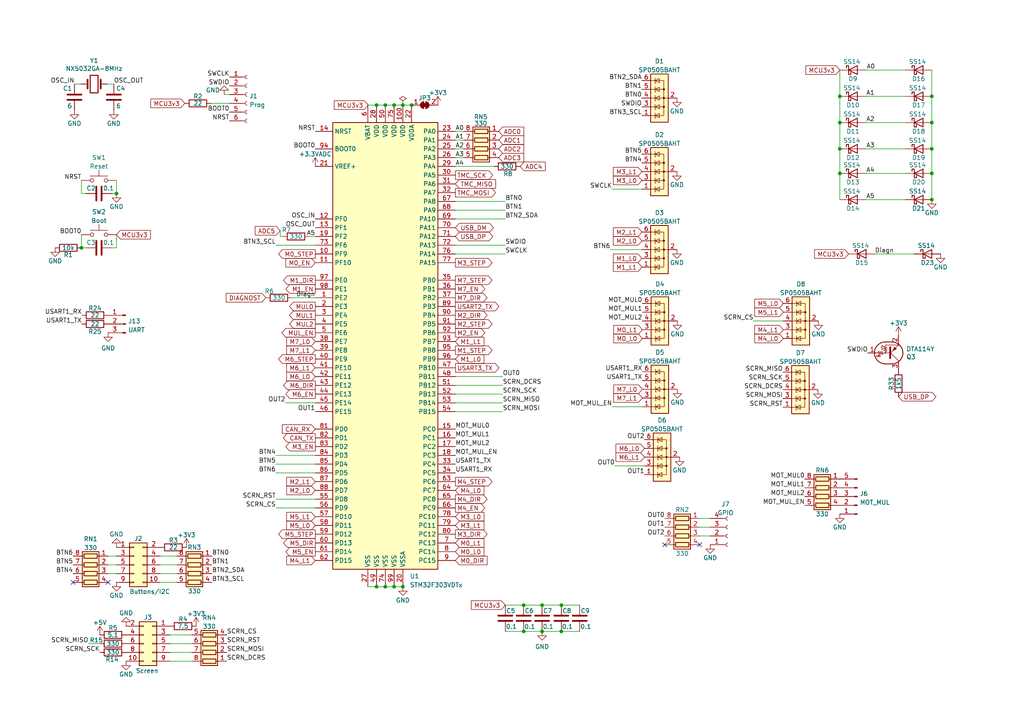
<source format=kicad_sch>
(kicad_sch (version 20211123) (generator eeschema)
  (paper "A4")
  (junction (at 151.892 175.514))
  (junction (at 23.622 71.882))
  (junction (at 243.586 27.94))
  (junction (at 270.256 43.18))
  (junction (at 157.226 183.134))
  (junction (at 109.22 170.18))
  (junction (at 116.84 170.18))
  (junction (at 111.76 30.48))
  (junction (at 119.38 30.48))
  (junction (at 157.226 175.514))
  (junction (at 243.586 43.18))
  (junction (at 243.586 35.56))
  (junction (at 109.22 30.48))
  (junction (at 270.256 35.56))
  (junction (at 114.3 30.48))
  (junction (at 162.814 175.514))
  (junction (at 111.76 170.18))
  (junction (at 114.3 170.18))
  (junction (at 33.782 56.134))
  (junction (at 270.256 57.912))
  (junction (at 270.256 50.292))
  (junction (at 151.892 183.134))
  (junction (at 270.256 27.94))
  (junction (at 162.814 183.134))
  (junction (at 243.586 50.292))
  (junction (at 116.84 30.48))
  (no_connect (at 21.209 168.91))
  (no_connect (at 31.369 168.91))
  (no_connect (at 192.786 157.988))
  (no_connect (at 202.946 157.988))
  (wire (pts (xy 270.256 35.56) (xy 270.256 43.18)))
  (wire (pts (xy 49.276 186.69) (xy 55.626 186.69)))
  (wire (pts (xy 251.206 20.32) (xy 262.636 20.32)))
  (wire (pts (xy 114.3 170.18) (xy 116.84 170.18)))
  (wire (pts (xy 84.709 86.36) (xy 91.44 86.36)))
  (wire (pts (xy 106.68 170.18) (xy 109.22 170.18)))
  (wire (pts (xy 32.512 71.882) (xy 33.782 71.882)))
  (wire (pts (xy 145.796 114.3) (xy 132.08 114.3)))
  (wire (pts (xy 46.482 163.83) (xy 51.308 163.83)))
  (wire (pts (xy 81.28 68.58) (xy 82.042 68.58)))
  (wire (pts (xy 251.206 50.292) (xy 262.636 50.292)))
  (wire (pts (xy 162.814 175.514) (xy 168.148 175.514)))
  (wire (pts (xy 80.01 134.62) (xy 91.44 134.62)))
  (wire (pts (xy 146.558 63.5) (xy 132.08 63.5)))
  (wire (pts (xy 157.226 183.134) (xy 162.814 183.134)))
  (wire (pts (xy 82.804 116.84) (xy 91.44 116.84)))
  (wire (pts (xy 243.586 50.292) (xy 243.586 57.912)))
  (wire (pts (xy 33.02 24.384) (xy 31.115 24.384)))
  (wire (pts (xy 134.493 45.72) (xy 132.08 45.72)))
  (wire (pts (xy 46.482 161.29) (xy 51.308 161.29)))
  (wire (pts (xy 23.622 56.134) (xy 23.622 52.324)))
  (wire (pts (xy 145.796 111.76) (xy 132.08 111.76)))
  (wire (pts (xy 116.84 30.48) (xy 119.38 30.48)))
  (wire (pts (xy 89.662 68.58) (xy 91.44 68.58)))
  (wire (pts (xy 251.206 57.912) (xy 262.636 57.912)))
  (wire (pts (xy 31.369 166.37) (xy 33.782 166.37)))
  (wire (pts (xy 151.892 175.514) (xy 157.226 175.514)))
  (wire (pts (xy 33.782 52.324) (xy 33.782 56.134)))
  (wire (pts (xy 65.024 27.432) (xy 66.548 27.432)))
  (wire (pts (xy 114.3 30.48) (xy 116.84 30.48)))
  (wire (pts (xy 80.01 71.12) (xy 91.44 71.12)))
  (wire (pts (xy 270.256 27.94) (xy 270.256 35.56)))
  (wire (pts (xy 251.206 43.18) (xy 262.636 43.18)))
  (wire (pts (xy 251.206 35.56) (xy 262.636 35.56)))
  (wire (pts (xy 251.206 27.94) (xy 262.636 27.94)))
  (wire (pts (xy 145.796 119.38) (xy 132.08 119.38)))
  (wire (pts (xy 134.493 43.18) (xy 132.08 43.18)))
  (wire (pts (xy 80.01 144.78) (xy 91.44 144.78)))
  (wire (pts (xy 46.482 168.91) (xy 51.308 168.91)))
  (wire (pts (xy 218.567 93.091) (xy 227.203 93.091)))
  (wire (pts (xy 109.22 30.48) (xy 111.76 30.48)))
  (wire (pts (xy 243.586 27.94) (xy 243.586 35.56)))
  (wire (pts (xy 23.622 68.072) (xy 23.622 71.882)))
  (wire (pts (xy 178.308 135.128) (xy 186.944 135.128)))
  (wire (pts (xy 49.276 184.15) (xy 55.626 184.15)))
  (wire (pts (xy 132.08 48.26) (xy 143.256 48.26)))
  (wire (pts (xy 31.369 163.83) (xy 33.782 163.83)))
  (wire (pts (xy 33.782 71.882) (xy 33.782 68.072)))
  (wire (pts (xy 202.946 152.908) (xy 205.994 152.908)))
  (wire (pts (xy 81.28 66.929) (xy 81.28 68.58)))
  (wire (pts (xy 31.369 161.29) (xy 33.782 161.29)))
  (wire (pts (xy 146.558 175.514) (xy 151.892 175.514)))
  (wire (pts (xy 253.746 73.66) (xy 265.176 73.66)))
  (wire (pts (xy 21.59 24.384) (xy 23.495 24.384)))
  (wire (pts (xy 49.276 189.23) (xy 55.626 189.23)))
  (wire (pts (xy 243.586 35.56) (xy 243.586 43.18)))
  (wire (pts (xy 151.892 183.134) (xy 157.226 183.134)))
  (wire (pts (xy 80.01 132.08) (xy 91.44 132.08)))
  (wire (pts (xy 157.226 175.514) (xy 162.814 175.514)))
  (wire (pts (xy 177.546 54.864) (xy 186.182 54.864)))
  (wire (pts (xy 202.946 150.368) (xy 205.994 150.368)))
  (wire (pts (xy 61.214 29.972) (xy 66.548 29.972)))
  (wire (pts (xy 146.558 183.134) (xy 151.892 183.134)))
  (wire (pts (xy 46.482 166.37) (xy 51.308 166.37)))
  (wire (pts (xy 177.038 72.39) (xy 186.182 72.39)))
  (wire (pts (xy 109.22 170.18) (xy 111.76 170.18)))
  (wire (pts (xy 23.622 71.882) (xy 24.892 71.882)))
  (wire (pts (xy 132.08 73.66) (xy 146.558 73.66)))
  (wire (pts (xy 202.946 155.448) (xy 205.994 155.448)))
  (wire (pts (xy 134.493 40.64) (xy 132.08 40.64)))
  (wire (pts (xy 177.546 117.983) (xy 186.309 117.983)))
  (wire (pts (xy 146.558 58.42) (xy 132.08 58.42)))
  (wire (pts (xy 270.256 20.32) (xy 270.256 27.94)))
  (wire (pts (xy 134.493 38.1) (xy 132.08 38.1)))
  (wire (pts (xy 270.256 50.292) (xy 270.256 57.912)))
  (wire (pts (xy 33.782 56.134) (xy 32.512 56.134)))
  (wire (pts (xy 132.08 71.12) (xy 146.558 71.12)))
  (wire (pts (xy 111.76 170.18) (xy 114.3 170.18)))
  (wire (pts (xy 145.796 116.84) (xy 132.08 116.84)))
  (wire (pts (xy 111.76 30.48) (xy 114.3 30.48)))
  (wire (pts (xy 49.276 191.77) (xy 55.626 191.77)))
  (wire (pts (xy 243.586 20.32) (xy 243.586 27.94)))
  (wire (pts (xy 25.654 186.69) (xy 28.956 186.69)))
  (wire (pts (xy 80.01 147.32) (xy 91.44 147.32)))
  (wire (pts (xy 80.01 137.16) (xy 91.44 137.16)))
  (wire (pts (xy 145.796 109.22) (xy 132.08 109.22)))
  (wire (pts (xy 106.68 30.48) (xy 109.22 30.48)))
  (wire (pts (xy 162.814 183.134) (xy 168.148 183.134)))
  (wire (pts (xy 24.892 56.134) (xy 23.622 56.134)))
  (wire (pts (xy 270.256 43.18) (xy 270.256 50.292)))
  (wire (pts (xy 146.558 60.96) (xy 132.08 60.96)))
  (wire (pts (xy 243.586 43.18) (xy 243.586 50.292)))
  (label "BTN0" (at 146.558 58.42 0))
  (label "USART1_TX" (at 132.08 134.62 0))
  (label "SCRN_MOSI" (at 65.786 189.23 0))
  (label "MOT_MUL1" (at 186.309 90.551 180))
  (label "BTN3_SCL" (at 80.01 71.12 180))
  (label "USART1_RX" (at 23.749 91.44 180))
  (label "SCRN_RST" (at 227.076 118.11 180))
  (label "A5" (at 91.44 68.58 180))
  (label "BTN5" (at 21.209 163.83 180))
  (label "BTN2_SDA" (at 186.182 23.368 180))
  (label "OUT0" (at 178.308 135.128 180))
  (label "NRST" (at 91.44 38.1 180))
  (label "BTN5" (at 80.01 134.62 180))
  (label "USART1_RX" (at 186.309 107.823 180))
  (label "SCRN_SCK" (at 28.956 189.23 180))
  (label "MOT_MUL_EN" (at 233.426 146.558 180))
  (label "BTN4" (at 21.209 166.37 180))
  (label "BTN0" (at 186.182 28.448 180))
  (label "SCRN_SCK" (at 145.796 114.3 0))
  (label "SCRN_DCRS" (at 227.076 113.03 180))
  (label "SWCLK" (at 177.546 54.864 180))
  (label "A0" (at 132.08 38.1 0))
  (label "BTN1" (at 146.558 60.96 0))
  (label "OSC_IN" (at 91.44 63.5 180))
  (label "MOT_MUL2" (at 186.309 93.091 180))
  (label "BTN1" (at 61.468 163.83 0))
  (label "BOOT0" (at 23.622 68.072 180))
  (label "BTN4" (at 80.01 132.08 180))
  (label "A4" (at 251.206 50.292 0))
  (label "SWCLK" (at 66.548 22.352 180))
  (label "BTN1" (at 186.182 25.908 180))
  (label "SCRN_MISO" (at 227.076 107.95 180))
  (label "A1" (at 251.206 27.94 0))
  (label "MOT_MUL1" (at 132.08 127 0))
  (label "SCRN_DCRS" (at 65.786 191.77 0))
  (label "SWCLK" (at 146.558 73.66 0))
  (label "OUT1" (at 186.944 137.668 180))
  (label "MOT_MUL0" (at 186.309 88.011 180))
  (label "SCRN_RST" (at 65.786 186.69 0))
  (label "NRST" (at 66.548 35.052 180))
  (label "Diagn" (at 91.44 86.36 180))
  (label "BTN3_SCL" (at 186.182 33.528 180))
  (label "BTN5" (at 186.182 44.704 180))
  (label "Diagn" (at 253.746 73.66 0))
  (label "MOT_MUL2" (at 233.426 144.018 180))
  (label "SCRN_MOSI" (at 227.076 115.57 180))
  (label "BTN2_SDA" (at 61.468 166.37 0))
  (label "OUT0" (at 145.796 109.22 0))
  (label "OSC_IN" (at 21.59 24.384 180))
  (label "SCRN_CS" (at 80.01 147.32 180))
  (label "SCRN_CS" (at 65.786 184.15 0))
  (label "SCRN_MISO" (at 145.796 116.84 0))
  (label "A0" (at 251.333 20.32 0))
  (label "OSC_OUT" (at 91.44 66.04 180))
  (label "MOT_MUL_EN" (at 132.08 132.08 0))
  (label "OUT2" (at 82.804 116.84 180))
  (label "A3" (at 132.08 45.72 0))
  (label "SCRN_MISO" (at 25.654 186.69 180))
  (label "BTN3_SCL" (at 61.468 168.91 0))
  (label "USART1_TX" (at 23.749 93.98 180))
  (label "A1" (at 132.08 40.64 0))
  (label "SCRN_MOSI" (at 145.796 119.38 0))
  (label "OUT2" (at 192.786 155.448 180))
  (label "SWDIO" (at 146.558 71.12 0))
  (label "USART1_RX" (at 132.08 137.16 0))
  (label "SWDIO" (at 186.182 30.988 180))
  (label "MOT_MUL1" (at 233.426 141.478 180))
  (label "SCRN_SCK" (at 227.076 110.49 180))
  (label "MOT_MUL_EN" (at 177.546 117.983 180))
  (label "BTN0" (at 61.468 161.29 0))
  (label "BOOT0" (at 91.44 43.18 180))
  (label "BOOT0" (at 66.548 32.512 180))
  (label "OUT1" (at 91.44 119.38 180))
  (label "BTN2_SDA" (at 146.558 63.5 0))
  (label "OUT2" (at 186.944 127.508 180))
  (label "SCRN_CS" (at 218.567 93.091 180))
  (label "BTN6" (at 21.209 161.29 180))
  (label "SCRN_DCRS" (at 145.796 111.76 0))
  (label "SWDIO" (at 66.548 24.892 180))
  (label "OUT1" (at 192.786 152.908 180))
  (label "OSC_OUT" (at 33.02 24.384 0))
  (label "A5" (at 251.206 57.912 0))
  (label "OUT0" (at 192.786 150.368 180))
  (label "USART1_TX" (at 186.309 110.363 180))
  (label "SCRN_RST" (at 80.01 144.78 180))
  (label "BTN6" (at 177.038 72.39 180))
  (label "BTN6" (at 80.01 137.16 180))
  (label "MOT_MUL0" (at 132.08 124.46 0))
  (label "MOT_MUL0" (at 233.426 138.938 180))
  (label "MOT_MUL2" (at 132.08 129.54 0))
  (label "BTN4" (at 186.182 47.244 180))
  (label "A4" (at 132.08 48.26 0))
  (label "SWDIO" (at 251.714 102.362 180))
  (label "A2" (at 132.08 43.18 0))
  (label "A2" (at 251.206 35.56 0))
  (label "NRST" (at 23.622 52.324 180))
  (label "A3" (at 251.206 43.18 0))
  (global_label "M0_L0" (shape input) (at 186.309 98.171 180) (property "Intersheet References" "${INTERSHEET_REFS}" (effects hide)))
  (global_label "M4_L0" (shape input) (at 132.08 142.24 0) (property "Intersheet References" "${INTERSHEET_REFS}" (effects hide)))
  (global_label "M1_DIR" (shape output) (at 91.44 81.28 180) (property "Intersheet References" "${INTERSHEET_REFS}" (effects hide)))
  (global_label "M5_L0" (shape input) (at 91.44 152.4 180) (property "Intersheet References" "${INTERSHEET_REFS}" (effects hide)))
  (global_label "M5_L1" (shape input) (at 227.203 90.551 180) (property "Intersheet References" "${INTERSHEET_REFS}" (effects hide)))
  (global_label "MUL1" (shape output) (at 91.44 91.44 180) (property "Intersheet References" "${INTERSHEET_REFS}" (effects hide)))
  (global_label "M2_L0" (shape input) (at 91.44 142.24 180) (property "Intersheet References" "${INTERSHEET_REFS}" (effects hide)))
  (global_label "M7_EN" (shape output) (at 132.08 83.82 0) (property "Intersheet References" "${INTERSHEET_REFS}" (effects hide)))
  (global_label "M5_EN" (shape output) (at 91.44 160.02 180) (property "Intersheet References" "${INTERSHEET_REFS}" (effects hide)))
  (global_label "MCU3v3" (shape input) (at 106.807 30.48 180) (property "Intersheet References" "${INTERSHEET_REFS}" (effects hide)))
  (global_label "DIAGNOST" (shape input) (at 77.089 86.36 180) (property "Intersheet References" "${INTERSHEET_REFS}" (effects hide)))
  (global_label "M1_L1" (shape input) (at 186.182 77.47 180) (property "Intersheet References" "${INTERSHEET_REFS}" (effects hide)))
  (global_label "TMC_MISO" (shape input) (at 132.08 53.34 0) (property "Intersheet References" "${INTERSHEET_REFS}" (effects hide)))
  (global_label "CAN_RX" (shape input) (at 91.44 124.46 180) (property "Intersheet References" "${INTERSHEET_REFS}" (effects hide)))
  (global_label "MCU3v3" (shape input) (at 246.126 73.66 180) (property "Intersheet References" "${INTERSHEET_REFS}" (effects hide)))
  (global_label "M6_L0" (shape input) (at 186.944 130.048 180) (property "Intersheet References" "${INTERSHEET_REFS}" (effects hide)))
  (global_label "M3_L0" (shape input) (at 186.182 52.324 180) (property "Intersheet References" "${INTERSHEET_REFS}" (effects hide)))
  (global_label "M0_EN" (shape input) (at 91.44 76.2 180) (property "Intersheet References" "${INTERSHEET_REFS}" (effects hide)))
  (global_label "M6_L1" (shape input) (at 91.44 106.68 180) (property "Intersheet References" "${INTERSHEET_REFS}" (effects hide)))
  (global_label "MCU3v3" (shape input) (at 146.558 175.514 180) (property "Intersheet References" "${INTERSHEET_REFS}" (effects hide)))
  (global_label "M5_DIR" (shape output) (at 91.44 157.48 180) (property "Intersheet References" "${INTERSHEET_REFS}" (effects hide)))
  (global_label "M3_EN" (shape output) (at 91.44 129.54 180) (property "Intersheet References" "${INTERSHEET_REFS}" (effects hide)))
  (global_label "M7_L1" (shape input) (at 91.44 101.6 180) (property "Intersheet References" "${INTERSHEET_REFS}" (effects hide)))
  (global_label "M0_STEP" (shape output) (at 91.44 73.66 180) (property "Intersheet References" "${INTERSHEET_REFS}" (effects hide)))
  (global_label "ADC4" (shape input) (at 150.876 48.26 0) (property "Intersheet References" "${INTERSHEET_REFS}" (effects hide)))
  (global_label "USB_DP" (shape bidirectional) (at 260.604 115.062 0) (property "Intersheet References" "${INTERSHEET_REFS}" (effects hide)))
  (global_label "M7_L0" (shape input) (at 186.309 112.903 180) (property "Intersheet References" "${INTERSHEET_REFS}" (effects hide)))
  (global_label "M2_L0" (shape input) (at 186.182 69.85 180) (property "Intersheet References" "${INTERSHEET_REFS}" (effects hide)))
  (global_label "M1_L1" (shape input) (at 132.08 99.06 0) (property "Intersheet References" "${INTERSHEET_REFS}" (effects hide)))
  (global_label "ADC2" (shape input) (at 144.653 43.18 0) (property "Intersheet References" "${INTERSHEET_REFS}" (effects hide)))
  (global_label "M7_STEP" (shape output) (at 132.08 81.28 0) (property "Intersheet References" "${INTERSHEET_REFS}" (effects hide)))
  (global_label "M6_L1" (shape input) (at 186.944 132.588 180) (property "Intersheet References" "${INTERSHEET_REFS}" (effects hide)))
  (global_label "MUL0" (shape output) (at 91.44 88.9 180) (property "Intersheet References" "${INTERSHEET_REFS}" (effects hide)))
  (global_label "M2_L1" (shape input) (at 186.182 67.31 180) (property "Intersheet References" "${INTERSHEET_REFS}" (effects hide)))
  (global_label "M0_DIR" (shape input) (at 132.08 162.56 0) (property "Intersheet References" "${INTERSHEET_REFS}" (effects hide)))
  (global_label "M1_EN" (shape output) (at 91.44 83.82 180) (property "Intersheet References" "${INTERSHEET_REFS}" (effects hide)))
  (global_label "M2_L1" (shape input) (at 91.44 139.7 180) (property "Intersheet References" "${INTERSHEET_REFS}" (effects hide)))
  (global_label "M2_EN" (shape output) (at 132.08 96.52 0) (property "Intersheet References" "${INTERSHEET_REFS}" (effects hide)))
  (global_label "M2_DIR" (shape output) (at 132.08 91.44 0) (property "Intersheet References" "${INTERSHEET_REFS}" (effects hide)))
  (global_label "MCU3v3" (shape input) (at 53.594 29.972 180) (property "Intersheet References" "${INTERSHEET_REFS}" (effects hide)))
  (global_label "M3_L1" (shape input) (at 132.08 152.4 0) (property "Intersheet References" "${INTERSHEET_REFS}" (effects hide)))
  (global_label "M4_L0" (shape input) (at 227.203 98.171 180) (property "Intersheet References" "${INTERSHEET_REFS}" (effects hide)))
  (global_label "M0_L1" (shape input) (at 132.08 157.48 0) (property "Intersheet References" "${INTERSHEET_REFS}" (effects hide)))
  (global_label "MCU3v3" (shape input) (at 33.782 68.072 0) (property "Intersheet References" "${INTERSHEET_REFS}" (effects hide)))
  (global_label "M6_DIR" (shape output) (at 91.44 111.76 180) (property "Intersheet References" "${INTERSHEET_REFS}" (effects hide)))
  (global_label "MUL_EN" (shape output) (at 91.44 96.52 180) (property "Intersheet References" "${INTERSHEET_REFS}" (effects hide)))
  (global_label "USB_DM" (shape bidirectional) (at 132.08 66.04 0) (property "Intersheet References" "${INTERSHEET_REFS}" (effects hide)))
  (global_label "M3_L0" (shape input) (at 132.08 149.86 0) (property "Intersheet References" "${INTERSHEET_REFS}" (effects hide)))
  (global_label "M4_STEP" (shape output) (at 132.08 139.7 0) (property "Intersheet References" "${INTERSHEET_REFS}" (effects hide)))
  (global_label "USART3_TX" (shape output) (at 132.08 106.68 0) (property "Intersheet References" "${INTERSHEET_REFS}" (effects hide)))
  (global_label "M4_L1" (shape input) (at 227.203 95.631 180) (property "Intersheet References" "${INTERSHEET_REFS}" (effects hide)))
  (global_label "TMC_SCK" (shape output) (at 132.08 50.8 0) (property "Intersheet References" "${INTERSHEET_REFS}" (effects hide)))
  (global_label "ADC0" (shape input) (at 144.653 38.1 0) (property "Intersheet References" "${INTERSHEET_REFS}" (effects hide)))
  (global_label "M0_L1" (shape input) (at 186.309 95.631 180) (property "Intersheet References" "${INTERSHEET_REFS}" (effects hide)))
  (global_label "M5_STEP" (shape output) (at 91.44 154.94 180) (property "Intersheet References" "${INTERSHEET_REFS}" (effects hide)))
  (global_label "MCU3v3" (shape input) (at 243.586 20.32 180) (property "Intersheet References" "${INTERSHEET_REFS}" (effects hide)))
  (global_label "M4_L1" (shape input) (at 91.44 162.56 180) (property "Intersheet References" "${INTERSHEET_REFS}" (effects hide)))
  (global_label "ADC1" (shape input) (at 144.653 40.64 0) (property "Intersheet References" "${INTERSHEET_REFS}" (effects hide)))
  (global_label "M4_DIR" (shape output) (at 132.08 144.78 0) (property "Intersheet References" "${INTERSHEET_REFS}" (effects hide)))
  (global_label "M5_L1" (shape input) (at 91.44 149.86 180) (property "Intersheet References" "${INTERSHEET_REFS}" (effects hide)))
  (global_label "CAN_TX" (shape output) (at 91.44 127 180) (property "Intersheet References" "${INTERSHEET_REFS}" (effects hide)))
  (global_label "TMC_MOSI" (shape output) (at 132.08 55.88 0) (property "Intersheet References" "${INTERSHEET_REFS}" (effects hide)))
  (global_label "M2_STEP" (shape output) (at 132.08 93.98 0) (property "Intersheet References" "${INTERSHEET_REFS}" (effects hide)))
  (global_label "M7_DIR" (shape output) (at 132.08 86.36 0) (property "Intersheet References" "${INTERSHEET_REFS}" (effects hide)))
  (global_label "MUL2" (shape output) (at 91.44 93.98 180) (property "Intersheet References" "${INTERSHEET_REFS}" (effects hide)))
  (global_label "M5_L0" (shape input) (at 227.203 88.011 180) (property "Intersheet References" "${INTERSHEET_REFS}" (effects hide)))
  (global_label "M1_STEP" (shape output) (at 132.08 101.6 0) (property "Intersheet References" "${INTERSHEET_REFS}" (effects hide)))
  (global_label "M0_L0" (shape input) (at 132.08 160.02 0) (property "Intersheet References" "${INTERSHEET_REFS}" (effects hide)))
  (global_label "M7_L0" (shape input) (at 91.44 99.06 180) (property "Intersheet References" "${INTERSHEET_REFS}" (effects hide)))
  (global_label "M6_STEP" (shape output) (at 91.44 104.14 180) (property "Intersheet References" "${INTERSHEET_REFS}" (effects hide)))
  (global_label "USB_DP" (shape bidirectional) (at 132.08 68.58 0) (property "Intersheet References" "${INTERSHEET_REFS}" (effects hide)))
  (global_label "M4_EN" (shape output) (at 132.08 147.32 0) (property "Intersheet References" "${INTERSHEET_REFS}" (effects hide)))
  (global_label "M7_L1" (shape input) (at 186.309 115.443 180) (property "Intersheet References" "${INTERSHEET_REFS}" (effects hide)))
  (global_label "M3_L1" (shape input) (at 186.182 49.784 180) (property "Intersheet References" "${INTERSHEET_REFS}" (effects hide)))
  (global_label "M3_STEP" (shape output) (at 132.08 76.2 0) (property "Intersheet References" "${INTERSHEET_REFS}" (effects hide)))
  (global_label "ADC5" (shape input) (at 81.28 66.929 180) (property "Intersheet References" "${INTERSHEET_REFS}" (effects hide)))
  (global_label "M1_L0" (shape input) (at 186.182 74.93 180) (property "Intersheet References" "${INTERSHEET_REFS}" (effects hide)))
  (global_label "ADC3" (shape input) (at 144.653 45.72 0) (property "Intersheet References" "${INTERSHEET_REFS}" (effects hide)))
  (global_label "M6_EN" (shape output) (at 91.44 114.3 180) (property "Intersheet References" "${INTERSHEET_REFS}" (effects hide)))
  (global_label "USART2_TX" (shape output) (at 132.08 88.9 0) (property "Intersheet References" "${INTERSHEET_REFS}" (effects hide)))
  (global_label "M1_L0" (shape input) (at 132.08 104.14 0) (property "Intersheet References" "${INTERSHEET_REFS}" (effects hide)))
  (global_label "M6_L0" (shape input) (at 91.44 109.22 180) (property "Intersheet References" "${INTERSHEET_REFS}" (effects hide)))
  (global_label "M3_DIR" (shape output) (at 132.08 154.94 0) (property "Intersheet References" "${INTERSHEET_REFS}" (effects hide)))
  (symbol (lib_id "Device:C") (at 157.226 179.324 0) (unit 1)
    (property "Reference" "C7" (at 157.48 177.165 0) (effects (justify left)))
    (property "Value" "0.1" (at 157.353 181.737 0) (effects (justify left)))
    (property "Footprint" "Capacitor_SMD:C_0603_1608Metric_Pad1.08x0.95mm_HandSolder" (effects hide))
  )
  (symbol (lib_id "stm32-rescue:GND") (at 36.576 181.61 180) (unit 1)
    (property "Reference" "#PWR0111" (effects hide))
    (property "Value" "GND" (at 36.576 177.8 0))
  )
  (symbol (lib_id "Device:R") (at 32.766 189.23 90) (unit 1)
    (property "Reference" "R14" (at 32.512 191.262 90))
    (property "Value" "330" (at 32.766 189.23 90))
    (property "Footprint" "Resistor_SMD:R_0603_1608Metric_Pad0.98x0.95mm_HandSolder" (effects hide))
  )
  (symbol (lib_id "Connector:Conn_01x06_Female") (at 71.628 27.432 0) (unit 1)
    (property "Reference" "J1" (at 72.3392 27.8673 0) (effects (justify left)))
    (property "Value" "Prog" (at 72.3392 30.4042 0) (effects (justify left)))
    (property "Footprint" "Connector_PinSocket_1.27mm:PinSocket_1x06_P1.27mm_Vertical" (effects hide))
  )
  (symbol (lib_id "Device:R") (at 57.404 29.972 90) (unit 1)
    (property "Reference" "R2" (at 57.404 27.94 90))
    (property "Value" "22" (at 57.404 29.972 90))
    (property "Footprint" "Resistor_SMD:R_0603_1608Metric_Pad0.98x0.95mm_HandSolder" (effects hide))
  )
  (symbol (lib_id "power:+3V3") (at 260.604 97.282 0) (unit 1)
    (property "Reference" "#PWR062" (effects hide))
    (property "Value" "+3V3" (at 260.604 93.7062 0))
  )
  (symbol (lib_id "Device:R_Pack04") (at 238.506 144.018 90) (mirror x) (unit 1)
    (property "Reference" "RN6" (at 238.506 136.398 90))
    (property "Value" "330" (at 238.506 149.098 90))
    (property "Footprint" "Resistor_SMD:R_Array_Convex_4x0603" (effects hide))
  )
  (symbol (lib_id "power:GND") (at 116.84 170.18 0) (unit 1)
    (property "Reference" "#PWR07" (effects hide))
    (property "Value" "GND" (at 116.84 174.117 0))
  )
  (symbol (lib_id "power:+5V") (at 28.956 184.15 0) (unit 1)
    (property "Reference" "#PWR0116" (effects hide))
    (property "Value" "+5V" (at 28.956 180.5742 0))
  )
  (symbol (lib_id "Device:D_Schottky") (at 266.446 35.56 0) (unit 1)
    (property "Reference" "D18" (at 266.446 38.1 0))
    (property "Value" "SS14" (at 266.1285 33.1271 0))
    (property "Footprint" "Diode_SMD:D_SOD-323_HandSoldering" (effects hide))
  )
  (symbol (lib_id "power:+3V3") (at 127 30.48 0) (unit 1)
    (property "Reference" "#PWR08" (effects hide))
    (property "Value" "+3V3" (at 127 26.9042 0))
  )
  (symbol (lib_id "MCU_ST_STM32F3:STM32F303VDTx") (at 111.76 99.06 0) (unit 1)
    (property "Reference" "U1" (at 118.8594 167.1304 0) (effects (justify left)))
    (property "Value" "STM32F303VDTx" (at 118.8594 169.6673 0) (effects (justify left)))
    (property "Footprint" "Package_QFP:LQFP-100_14x14mm_P0.5mm" (effects hide))
    (property "Datasheet" "http://www.st.com/st-web-ui/static/active/en/resource/technical/document/datasheet/DM00118585.pdf" (effects hide))
  )
  (symbol (lib_id "Connector:Conn_01x04_Female") (at 211.074 155.448 0) (mirror x) (unit 1)
    (property "Reference" "J7" (at 210.439 146.211 0))
    (property "Value" "GPIO" (at 210.439 148.7479 0))
    (property "Footprint" "Connector_JST:JST_PH_B4B-PH-K_1x04_P2.00mm_Vertical" (effects hide))
  )
  (symbol (lib_id "Device:D_Schottky") (at 247.396 43.18 0) (unit 1)
    (property "Reference" "D12" (at 247.396 45.72 0))
    (property "Value" "SS14" (at 247.0785 40.7471 0))
    (property "Footprint" "Diode_SMD:D_SOD-323_HandSoldering" (effects hide))
  )
  (symbol (lib_id "Device:C") (at 162.814 179.324 0) (unit 1)
    (property "Reference" "C8" (at 163.068 177.165 0) (effects (justify left)))
    (property "Value" "0.1" (at 162.941 181.737 0) (effects (justify left)))
    (property "Footprint" "Capacitor_SMD:C_0603_1608Metric_Pad1.08x0.95mm_HandSolder" (effects hide))
  )
  (symbol (lib_id "Device:R") (at 53.086 181.61 90) (unit 1)
    (property "Reference" "R4" (at 53.086 179.578 90))
    (property "Value" "7.5" (at 53.086 181.61 90))
    (property "Footprint" "Resistor_SMD:R_0603_1608Metric_Pad0.98x0.95mm_HandSolder" (effects hide))
  )
  (symbol (lib_id "Switch:SW_Push") (at 28.702 52.324 0) (unit 1)
    (property "Reference" "SW1" (at 28.702 45.7032 0))
    (property "Value" "Reset" (at 28.702 48.2401 0))
    (property "Footprint" "Button_Switch_SMD:SW_SPST_FSMSM" (effects hide))
  )
  (symbol (lib_id "stm32-rescue:GND") (at 197.104 132.588 0) (unit 1)
    (property "Reference" "#PWR0110" (effects hide))
    (property "Value" "GND" (at 197.104 136.398 0))
  )
  (symbol (lib_id "Device:D_Schottky") (at 249.936 73.66 0) (unit 1)
    (property "Reference" "D15" (at 249.936 76.2 0))
    (property "Value" "SS14" (at 249.6185 71.2271 0))
    (property "Footprint" "Diode_SMD:D_SOD-323_HandSoldering" (effects hide))
  )
  (symbol (lib_id "stm32-rescue:GND") (at 237.236 113.03 0) (unit 1)
    (property "Reference" "#PWR0106" (effects hide))
    (property "Value" "GND" (at 237.236 116.84 0))
  )
  (symbol (lib_id "Device:R_Pack04") (at 139.573 43.18 90) (mirror x) (unit 1)
    (property "Reference" "RN5" (at 139.446 33.909 90))
    (property "Value" "330" (at 139.446 35.814 90))
    (property "Footprint" "Resistor_SMD:R_Array_Convex_4x0603" (effects hide))
  )
  (symbol (lib_id "Connector_Generic:Conn_02x05_Odd_Even") (at 44.196 186.69 0) (mirror y) (unit 1)
    (property "Reference" "J3" (at 42.926 179.07 0))
    (property "Value" "Screen" (at 42.672 194.564 0))
    (property "Footprint" "Connector_IDC:IDC-Header_2x05_P2.54mm_Vertical" (effects hide))
  )
  (symbol (lib_id "stm32-rescue:GND") (at 205.994 157.988 0) (unit 1)
    (property "Reference" "#PWR015" (effects hide))
    (property "Value" "GND" (at 205.994 161.798 0))
  )
  (symbol (lib_id "power:GND") (at 65.024 27.432 180) (unit 1)
    (property "Reference" "#PWR012" (effects hide))
    (property "Value" "GND" (at 59.69 26.162 0) (effects (justify right)))
  )
  (symbol (lib_id "Device:R") (at 50.292 158.75 90) (unit 1)
    (property "Reference" "R3" (at 50.292 156.718 90))
    (property "Value" "22" (at 50.292 158.75 90))
    (property "Footprint" "Resistor_SMD:R_0603_1608Metric_Pad0.98x0.95mm_HandSolder" (effects hide))
  )
  (symbol (lib_id "Device:R_Pack04") (at 197.866 155.448 90) (mirror x) (unit 1)
    (property "Reference" "RN2" (at 197.866 147.828 90))
    (property "Value" "330" (at 197.866 160.528 90))
    (property "Footprint" "Resistor_SMD:R_Array_Convex_4x0603" (effects hide))
  )
  (symbol (lib_id "power:GND") (at 31.369 96.52 0) (unit 1)
    (property "Reference" "#PWR042" (effects hide))
    (property "Value" "GND" (at 31.369 100.9634 0))
  )
  (symbol (lib_id "stm32-rescue:GND") (at 33.782 158.75 180) (unit 1)
    (property "Reference" "#PWR0112" (effects hide))
    (property "Value" "GND" (at 33.782 154.94 0))
  )
  (symbol (lib_id "Power_Protection:SP0505BAHT") (at 232.283 93.091 90) (unit 1)
    (property "Reference" "D8" (at 232.283 82.4062 90))
    (property "Value" "SP0505BAHT" (at 232.283 84.9431 90))
    (property "Footprint" "Package_TO_SOT_SMD:SOT-23-6" (effects hide))
    (property "Datasheet" "http://www.littelfuse.com/~/media/files/littelfuse/technical%20resources/documents/data%20sheets/sp05xxba.pdf" (effects hide))
  )
  (symbol (lib_id "Device:R_Pack04") (at 56.388 166.37 90) (mirror x) (unit 1)
    (property "Reference" "RN3" (at 56.388 158.75 90))
    (property "Value" "330" (at 56.388 171.45 90))
    (property "Footprint" "Resistor_SMD:R_Array_Convex_4x0603" (effects hide))
  )
  (symbol (lib_id "Device:C") (at 28.702 71.882 90) (unit 1)
    (property "Reference" "C3" (at 26.416 70.358 90))
    (property "Value" "0.1" (at 31.496 70.358 90))
    (property "Footprint" "Capacitor_SMD:C_0603_1608Metric_Pad1.08x0.95mm_HandSolder" (effects hide))
  )
  (symbol (lib_id "Device:C") (at 168.148 179.324 0) (unit 1)
    (property "Reference" "C9" (at 168.402 177.165 0) (effects (justify left)))
    (property "Value" "0.1" (at 168.275 181.737 0) (effects (justify left)))
    (property "Footprint" "Capacitor_SMD:C_0603_1608Metric_Pad1.08x0.95mm_HandSolder" (effects hide))
  )
  (symbol (lib_id "power:GND") (at 157.226 183.134 0) (unit 1)
    (property "Reference" "#PWR011" (effects hide))
    (property "Value" "GND" (at 157.226 187.5774 0))
  )
  (symbol (lib_id "Device:C") (at 28.702 56.134 90) (unit 1)
    (property "Reference" "C2" (at 26.416 54.61 90))
    (property "Value" "0.1" (at 31.496 54.61 90))
    (property "Footprint" "Capacitor_SMD:C_0603_1608Metric_Pad1.08x0.95mm_HandSolder" (effects hide))
  )
  (symbol (lib_id "Device:D_Schottky") (at 266.446 57.912 0) (unit 1)
    (property "Reference" "D21" (at 266.446 60.452 0))
    (property "Value" "SS14" (at 266.1285 55.4791 0))
    (property "Footprint" "Diode_SMD:D_SOD-323_HandSoldering" (effects hide))
  )
  (symbol (lib_id "stm32-rescue:R") (at 260.604 111.252 0) (mirror y) (unit 1)
    (property "Reference" "R33" (at 258.572 111.252 90))
    (property "Value" "1k5" (at 260.604 111.252 90))
    (property "Footprint" "Resistor_SMD:R_0603_1608Metric_Pad0.98x0.95mm_HandSolder" (effects hide))
  )
  (symbol (lib_id "Power_Protection:SP0505BAHT") (at 191.389 112.903 90) (unit 1)
    (property "Reference" "D5" (at 191.389 102.2182 90))
    (property "Value" "SP0505BAHT" (at 191.389 104.7551 90))
    (property "Footprint" "Package_TO_SOT_SMD:SOT-23-6" (effects hide))
    (property "Datasheet" "http://www.littelfuse.com/~/media/files/littelfuse/technical%20resources/documents/data%20sheets/sp05xxba.pdf" (effects hide))
  )
  (symbol (lib_id "Device:D_Schottky") (at 247.396 35.56 0) (unit 1)
    (property "Reference" "D11" (at 247.396 38.1 0))
    (property "Value" "SS14" (at 247.0785 33.1271 0))
    (property "Footprint" "Diode_SMD:D_SOD-323_HandSoldering" (effects hide))
  )
  (symbol (lib_id "stm32-rescue:GND") (at 196.469 112.903 0) (unit 1)
    (property "Reference" "#PWR0109" (effects hide))
    (property "Value" "GND" (at 196.469 116.713 0))
  )
  (symbol (lib_id "stm32-rescue:GND") (at 237.363 93.091 0) (unit 1)
    (property "Reference" "#PWR0105" (effects hide))
    (property "Value" "GND" (at 237.363 96.901 0))
  )
  (symbol (lib_id "stm32-rescue:GND") (at 33.782 56.134 0) (unit 1)
    (property "Reference" "#PWR03" (effects hide))
    (property "Value" "GND" (at 33.782 59.944 0))
  )
  (symbol (lib_id "Device:D_Schottky") (at 266.446 20.32 0) (unit 1)
    (property "Reference" "D16" (at 266.446 22.86 0))
    (property "Value" "SS14" (at 266.1285 17.8871 0))
    (property "Footprint" "Diode_SMD:D_SOD-323_HandSoldering" (effects hide))
  )
  (symbol (lib_id "Switch:SW_Push") (at 28.702 68.072 0) (unit 1)
    (property "Reference" "SW2" (at 28.702 61.4512 0))
    (property "Value" "Boot" (at 28.702 63.9881 0))
    (property "Footprint" "Button_Switch_SMD:SW_SPST_FSMSM" (effects hide))
  )
  (symbol (lib_id "stm32-rescue:GND") (at 16.002 71.882 0) (unit 1)
    (property "Reference" "#PWR01" (effects hide))
    (property "Value" "GND" (at 16.002 75.692 0))
  )
  (symbol (lib_id "Power_Protection:SP0505BAHT") (at 232.156 113.03 90) (unit 1)
    (property "Reference" "D7" (at 232.156 102.3452 90))
    (property "Value" "SP0505BAHT" (at 232.156 104.8821 90))
    (property "Footprint" "Package_TO_SOT_SMD:SOT-23-6" (effects hide))
    (property "Datasheet" "http://www.littelfuse.com/~/media/files/littelfuse/technical%20resources/documents/data%20sheets/sp05xxba.pdf" (effects hide))
  )
  (symbol (lib_id "Power_Protection:SP0505BAHT") (at 191.262 49.784 90) (unit 1)
    (property "Reference" "D2" (at 191.262 39.0992 90))
    (property "Value" "SP0505BAHT" (at 191.262 41.6361 90))
    (property "Footprint" "Package_TO_SOT_SMD:SOT-23-6" (effects hide))
    (property "Datasheet" "http://www.littelfuse.com/~/media/files/littelfuse/technical%20resources/documents/data%20sheets/sp05xxba.pdf" (effects hide))
  )
  (symbol (lib_id "Connector:Conn_01x03_Male") (at 36.449 93.98 0) (mirror y) (unit 1)
    (property "Reference" "J13" (at 37.1602 93.1453 0) (effects (justify right)))
    (property "Value" "UART" (at 37.1602 95.6822 0) (effects (justify right)))
    (property "Footprint" "Connector_JST:JST_PH_B3B-PH-K_1x03_P2.00mm_Vertical" (effects hide))
  )
  (symbol (lib_id "Device:D_Schottky") (at 266.446 27.94 0) (unit 1)
    (property "Reference" "D17" (at 266.446 30.48 0))
    (property "Value" "SS14" (at 266.1285 25.5071 0))
    (property "Footprint" "Diode_SMD:D_SOD-323_HandSoldering" (effects hide))
  )
  (symbol (lib_id "Power_Protection:SP0505BAHT") (at 191.262 28.448 90) (unit 1)
    (property "Reference" "D1" (at 191.262 17.7632 90))
    (property "Value" "SP0505BAHT" (at 191.262 20.3001 90))
    (property "Footprint" "Package_TO_SOT_SMD:SOT-23-6" (effects hide))
    (property "Datasheet" "http://www.littelfuse.com/~/media/files/littelfuse/technical%20resources/documents/data%20sheets/sp05xxba.pdf" (effects hide))
  )
  (symbol (lib_id "stm32-rescue:GND") (at 21.59 32.004 0) (unit 1)
    (property "Reference" "#PWR02" (effects hide))
    (property "Value" "GND" (at 21.59 35.814 0))
  )
  (symbol (lib_id "Power_Protection:SP0505BAHT") (at 191.389 93.091 90) (unit 1)
    (property "Reference" "D4" (at 191.389 82.4062 90))
    (property "Value" "SP0505BAHT" (at 191.389 84.9431 90))
    (property "Footprint" "Package_TO_SOT_SMD:SOT-23-6" (effects hide))
    (property "Datasheet" "http://www.littelfuse.com/~/media/files/littelfuse/technical%20resources/documents/data%20sheets/sp05xxba.pdf" (effects hide))
  )
  (symbol (lib_id "Device:R") (at 32.766 184.15 90) (unit 1)
    (property "Reference" "R5" (at 32.766 182.118 90))
    (property "Value" "5.1" (at 32.766 184.15 90))
    (property "Footprint" "Resistor_SMD:R_0603_1608Metric_Pad0.98x0.95mm_HandSolder" (effects hide))
  )
  (symbol (lib_id "Device:R") (at 147.066 48.26 90) (unit 1)
    (property "Reference" "R8" (at 147.32 50.419 90))
    (property "Value" "330" (at 147.066 48.26 90))
    (property "Footprint" "Resistor_SMD:R_0603_1608Metric_Pad0.98x0.95mm_HandSolder" (effects hide))
  )
  (symbol (lib_id "Connector_Generic:Conn_02x05_Odd_Even") (at 38.862 163.83 0) (unit 1)
    (property "Reference" "J2" (at 40.132 156.21 0))
    (property "Value" "Buttons/I2C" (at 43.434 171.577 0))
    (property "Footprint" "Connector_IDC:IDC-Header_2x05_P2.54mm_Vertical" (effects hide))
  )
  (symbol (lib_id "stm32-rescue:GND") (at 36.576 191.77 0) (unit 1)
    (property "Reference" "#PWR0115" (effects hide))
    (property "Value" "GND" (at 36.576 195.58 0))
  )
  (symbol (lib_id "Device:C") (at 151.892 179.324 0) (unit 1)
    (property "Reference" "C6" (at 152.146 177.165 0) (effects (justify left)))
    (property "Value" "0.1" (at 152.019 181.737 0) (effects (justify left)))
    (property "Footprint" "Capacitor_SMD:C_0603_1608Metric_Pad1.08x0.95mm_HandSolder" (effects hide))
  )
  (symbol (lib_id "stm32-rescue:GND") (at 196.469 93.091 0) (unit 1)
    (property "Reference" "#PWR0108" (effects hide))
    (property "Value" "GND" (at 196.469 96.901 0))
  )
  (symbol (lib_id "power:PWR_FLAG") (at 116.84 30.48 0) (unit 1)
    (property "Reference" "#FLG0105" (effects hide))
    (property "Value" "PWR_FLAG" (effects hide))
  )
  (symbol (lib_id "Device:R") (at 80.899 86.36 90) (unit 1)
    (property "Reference" "R6" (at 78.105 84.455 90))
    (property "Value" "330" (at 80.899 86.36 90))
    (property "Footprint" "Resistor_SMD:R_0603_1608Metric_Pad0.98x0.95mm_HandSolder" (effects hide))
  )
  (symbol (lib_id "Device:R") (at 27.559 93.98 90) (unit 1)
    (property "Reference" "R25" (at 27.559 96.139 90))
    (property "Value" "22" (at 27.559 93.98 90))
    (property "Footprint" "Resistor_SMD:R_0603_1608Metric_Pad0.98x0.95mm_HandSolder" (effects hide))
  )
  (symbol (lib_id "stm32-rescue:GND") (at 272.796 73.66 0) (unit 1)
    (property "Reference" "#PWR0104" (effects hide))
    (property "Value" "GND" (at 272.796 77.47 0))
  )
  (symbol (lib_id "Power_Protection:SP0505BAHT") (at 191.262 72.39 90) (unit 1)
    (property "Reference" "D3" (at 191.262 61.7052 90))
    (property "Value" "SP0505BAHT" (at 191.262 64.2421 90))
    (property "Footprint" "Package_TO_SOT_SMD:SOT-23-6" (effects hide))
    (property "Datasheet" "http://www.littelfuse.com/~/media/files/littelfuse/technical%20resources/documents/data%20sheets/sp05xxba.pdf" (effects hide))
  )
  (symbol (lib_id "power:+3V3") (at 56.896 181.61 0) (unit 1)
    (property "Reference" "#PWR0113" (effects hide))
    (property "Value" "+3V3" (at 56.896 178.0342 0))
  )
  (symbol (lib_id "stm32-rescue:C") (at 21.59 28.194 0) (mirror y) (unit 1)
    (property "Reference" "C1" (at 20.955 25.654 0) (effects (justify left)))
    (property "Value" "6" (at 20.955 30.734 0) (effects (justify left)))
    (property "Footprint" "Capacitor_SMD:C_0603_1608Metric_Pad1.08x0.95mm_HandSolder" (effects hide))
  )
  (symbol (lib_id "power:+3.3VADC") (at 91.44 48.26 0) (unit 1)
    (property "Reference" "#PWR06" (effects hide))
    (property "Value" "+3.3VADC" (at 91.44 44.6842 0))
  )
  (symbol (lib_id "Device:D_Schottky") (at 266.446 43.18 0) (unit 1)
    (property "Reference" "D19" (at 266.446 45.72 0))
    (property "Value" "SS14" (at 266.1285 40.7471 0))
    (property "Footprint" "Diode_SMD:D_SOD-323_HandSoldering" (effects hide))
  )
  (symbol (lib_id "stm32-rescue:GND") (at 196.342 72.39 0) (unit 1)
    (property "Reference" "#PWR0107" (effects hide))
    (property "Value" "GND" (at 196.342 76.2 0))
  )
  (symbol (lib_id "stm32-rescue:C") (at 33.02 28.194 0) (unit 1)
    (property "Reference" "C4" (at 33.655 25.654 0) (effects (justify left)))
    (property "Value" "6" (at 33.655 30.734 0) (effects (justify left)))
    (property "Footprint" "Capacitor_SMD:C_0603_1608Metric_Pad1.08x0.95mm_HandSolder" (effects hide))
  )
  (symbol (lib_id "Device:R") (at 32.766 186.69 90) (unit 1)
    (property "Reference" "R15" (at 27.94 185.674 90))
    (property "Value" "330" (at 32.766 186.69 90))
    (property "Footprint" "Resistor_SMD:R_0603_1608Metric_Pad0.98x0.95mm_HandSolder" (effects hide))
  )
  (symbol (lib_id "stm32-rescue:GND") (at 196.342 28.448 0) (unit 1)
    (property "Reference" "#PWR0102" (effects hide))
    (property "Value" "GND" (at 196.342 32.258 0))
  )
  (symbol (lib_id "stm32-rescue:GND") (at 243.586 149.098 0) (unit 1)
    (property "Reference" "#PWR0118" (effects hide))
    (property "Value" "GND" (at 243.586 152.908 0))
  )
  (symbol (lib_id "Transistor_BJT:DTA114Y") (at 258.064 102.362 0) (mirror x) (unit 1)
    (property "Reference" "Q3" (at 262.8392 103.5304 0) (effects (justify left)))
    (property "Value" "DTA114Y" (at 262.8392 101.219 0) (effects (justify left)))
    (property "Footprint" "Package_TO_SOT_SMD:SOT-323_SC-70_Handsoldering" (effects hide))
  )
  (symbol (lib_id "Device:R_Pack04") (at 26.289 166.37 90) (mirror x) (unit 1)
    (property "Reference" "RN1" (at 26.289 156.3202 90))
    (property "Value" "330" (at 26.289 158.8571 90))
    (property "Footprint" "Resistor_SMD:R_Array_Convex_4x0603" (effects hide))
  )
  (symbol (lib_id "Device:D_Schottky") (at 247.396 57.912 0) (unit 1)
    (property "Reference" "D14" (at 247.396 60.452 0))
    (property "Value" "SS14" (at 247.0785 55.4791 0))
    (property "Footprint" "Diode_SMD:D_SOD-323_HandSoldering" (effects hide))
  )
  (symbol (lib_id "Device:D_Schottky") (at 247.396 27.94 0) (unit 1)
    (property "Reference" "D10" (at 247.396 30.48 0))
    (property "Value" "SS14" (at 247.0785 25.5071 0))
    (property "Footprint" "Diode_SMD:D_SOD-323_HandSoldering" (effects hide))
  )
  (symbol (lib_id "Power_Protection:SP0505BAHT") (at 192.024 132.588 90) (unit 1)
    (property "Reference" "D6" (at 192.024 121.9032 90))
    (property "Value" "SP0505BAHT" (at 192.024 124.4401 90))
    (property "Footprint" "Package_TO_SOT_SMD:SOT-23-6" (effects hide))
    (property "Datasheet" "http://www.littelfuse.com/~/media/files/littelfuse/technical%20resources/documents/data%20sheets/sp05xxba.pdf" (effects hide))
  )
  (symbol (lib_id "stm32-rescue:GND") (at 196.342 49.784 0) (unit 1)
    (property "Reference" "#PWR0101" (effects hide))
    (property "Value" "GND" (at 196.342 53.594 0))
  )
  (symbol (lib_id "Connector:Conn_01x05_Male") (at 248.666 144.018 180) (unit 1)
    (property "Reference" "J6" (at 249.3772 143.1833 0) (effects (justify right)))
    (property "Value" "MOT_MUL" (at 249.3772 145.7202 0) (effects (justify right)))
    (property "Footprint" "Connector_JST:JST_PH_B5B-PH-K_1x05_P2.00mm_Vertical" (effects hide))
  )
  (symbol (lib_id "stm32-rescue:GND") (at 270.256 57.912 0) (unit 1)
    (property "Reference" "#PWR0124" (effects hide))
    (property "Value" "GND" (at 270.256 61.722 0))
  )
  (symbol (lib_id "Device:Crystal") (at 27.305 24.384 0) (unit 1)
    (property "Reference" "Y1" (at 27.305 17.5768 0))
    (property "Value" "NX5032GA-8MHz" (at 27.305 19.8882 0))
    (property "Footprint" "Crystal:Crystal_SMD_5032-2Pin_5.0x3.2mm" (effects hide))
  )
  (symbol (lib_id "Device:R_Pack04") (at 60.706 186.69 90) (unit 1)
    (property "Reference" "RN4" (at 60.706 179.1802 90))
    (property "Value" "330" (at 60.706 181.7171 90))
    (property "Footprint" "Resistor_SMD:R_Array_Convex_4x0603" (effects hide))
  )
  (symbol (lib_id "Device:R") (at 27.559 91.44 90) (unit 1)
    (property "Reference" "R24" (at 27.559 89.408 90))
    (property "Value" "22" (at 27.559 91.44 90))
    (property "Footprint" "Resistor_SMD:R_0603_1608Metric_Pad0.98x0.95mm_HandSolder" (effects hide))
  )
  (symbol (lib_id "Device:R") (at 19.812 71.882 270) (unit 1)
    (property "Reference" "R1" (at 19.812 73.914 90))
    (property "Value" "10k" (at 19.812 71.882 90))
    (property "Footprint" "Resistor_SMD:R_0603_1608Metric_Pad0.98x0.95mm_HandSolder" (effects hide))
  )
  (symbol (lib_id "stm32-rescue:GND") (at 33.782 168.91 0) (unit 1)
    (property "Reference" "#PWR0117" (effects hide))
    (property "Value" "GND" (at 33.782 172.72 0))
  )
  (symbol (lib_id "Device:C") (at 146.558 179.324 0) (unit 1)
    (property "Reference" "C5" (at 146.812 177.165 0) (effects (justify left)))
    (property "Value" "0.1" (at 146.685 181.737 0) (effects (justify left)))
    (property "Footprint" "Capacitor_SMD:C_0603_1608Metric_Pad1.08x0.95mm_HandSolder" (effects hide))
  )
  (symbol (lib_id "Device:D_Schottky") (at 247.396 20.32 0) (unit 1)
    (property "Reference" "D9" (at 247.396 22.86 0))
    (property "Value" "SS14" (at 247.0785 17.8871 0))
    (property "Footprint" "Diode_SMD:D_SOD-323_HandSoldering" (effects hide))
  )
  (symbol (lib_id "power:+3V3") (at 54.102 158.75 0) (unit 1)
    (property "Reference" "#PWR0114" (effects hide))
    (property "Value" "+3V3" (at 54.102 155.1742 0))
  )
  (symbol (lib_id "stm32-rescue:GND") (at 33.02 32.004 0) (unit 1)
    (property "Reference" "#PWR05" (effects hide))
    (property "Value" "GND" (at 33.02 35.814 0))
  )
  (symbol (lib_id "Jumper:SolderJumper_2_Bridged") (at 123.19 30.48 0) (unit 1)
    (property "Reference" "JP3" (at 123.19 28.4282 0))
    (property "Value" "MCU" (effects hide))
    (property "Footprint" "Jumper:SolderJumper-2_P1.3mm_Open_TrianglePad1.0x1.5mm" (effects hide))
  )
  (symbol (lib_id "Device:R") (at 85.852 68.58 90) (unit 1)
    (property "Reference" "R7" (at 83.058 66.675 90))
    (property "Value" "330" (at 85.852 68.58 90))
    (property "Footprint" "Resistor_SMD:R_0603_1608Metric_Pad0.98x0.95mm_HandSolder" (effects hide))
  )
  (symbol (lib_id "Device:D_Schottky") (at 266.446 50.292 0) (unit 1)
    (property "Reference" "D20" (at 266.446 52.832 0))
    (property "Value" "SS14" (at 266.1285 47.8591 0))
    (property "Footprint" "Diode_SMD:D_SOD-323_HandSoldering" (effects hide))
  )
  (symbol (lib_id "Device:D_Schottky") (at 247.396 50.292 0) (unit 1)
    (property "Reference" "D13" (at 247.396 52.832 0))
    (property "Value" "SS14" (at 247.0785 47.8591 0))
    (property "Footprint" "Diode_SMD:D_SOD-323_HandSoldering" (effects hide))
  )
  (symbol (lib_id "Device:D_Schottky") (at 268.986 73.66 0) (unit 1)
    (property "Reference" "D23" (at 268.986 76.2 0))
    (property "Value" "SS14" (at 268.6685 71.2271 0))
    (property "Footprint" "Diode_SMD:D_SOD-323_HandSoldering" (effects hide))
  )
)
</source>
